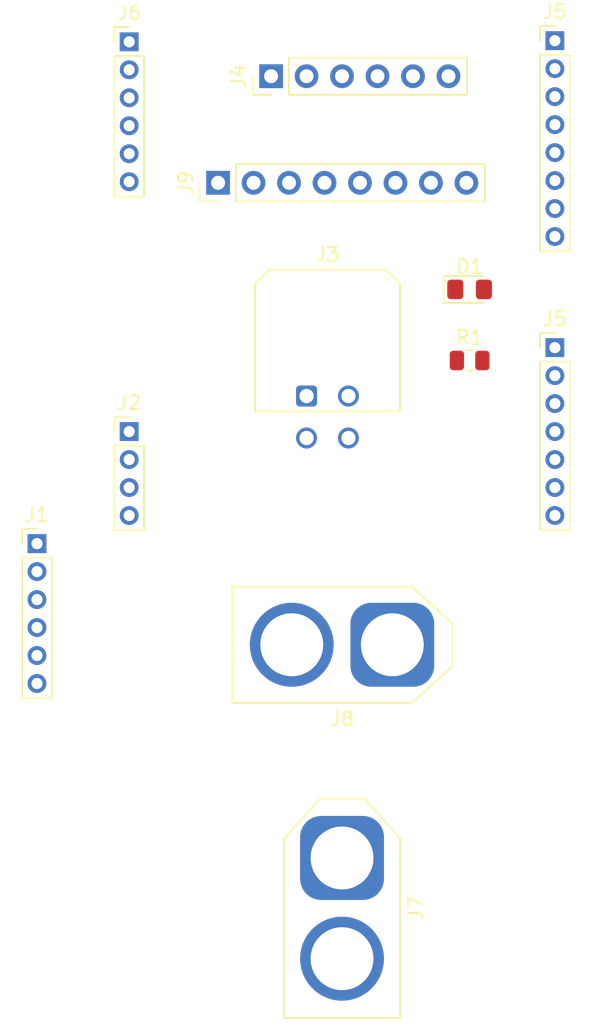
<source format=kicad_pcb>
(kicad_pcb (version 20211014) (generator pcbnew)
  (layers (0 "F.Cu" signal) (31 "B.Cu" signal) (34 "B.Paste" user) (35 "F.Paste" user) (36 "B.SilkS" user "B.Silkscreen") (37 "F.SilkS" user "F.Silkscreen") (38 "B.Mask" user) (39 "F.Mask" user) (44 "Edge.Cuts" user))
  (net 0 "")
  (net 1 "Net-(D1-Pad1)")
  (net 2 "+3.3V")
  (net 3 "GND")
  (net 4 "/H3")
  (net 5 "/H2")
  (net 6 "/H1")
  (net 7 "/TMP")
  (net 8 "+5V")
  (net 9 "/CANL")
  (net 10 "/CANH")
  (net 15 "/TX")
  (net 16 "/RX")
  (net 25 "/5V")
  (net 26 "/SCK{slash}ADC")
  (net 27 "/RX{slash}SDA{slash}NSS")
  (net 28 "/TX{slash}SCL{slash}MOSI")
  (net 29 "/MOSI{slash}ADC2")
  (net 30 "/ADC1")
  (net 31 "+24V")
  (footprint "Connector_Molex:Molex_Micro-Fit_3.0_43045-0400_2x02_P3.00mm_Horizontal" (layer "F.Cu") (at 162.56 60.96)
    (fp_text reference "J3" (at 1.5 -10.12) (layer "F.SilkS"))
    (fp_text value "CAN_MOLEX")
    (fp_line (start 6.685 -8.03) (end 6.685 1.1) (layer "F.SilkS") (width 0.12))
    (fp_line (start 6.685 1.1) (end -3.685 1.1) (layer "F.SilkS") (width 0.12))
    (fp_line (start -3.685 1.1) (end -3.685 -8.03) (layer "F.SilkS") (width 0.12))
    (fp_line (start -2.685 -9.03) (end 5.685 -9.03) (layer "F.SilkS") (width 0.12))
    (fp_line (start 5.685 -9.03) (end 6.685 -8.03) (layer "F.SilkS") (width 0.12))
    (fp_line (start -3.685 -8.03) (end -2.685 -9.03) (layer "F.SilkS") (width 0.12))
    (pad "" np_thru_hole circle (at 1.5 -4.32) (size 3 3) (drill 3) (layers *.Cu *.Mask))
    (pad "1" thru_hole roundrect (at 0 0) (size 1.5 1.5) (drill 1.02) (layers *.Cu *.Mask) (roundrect_rratio 0.166667) (net 10 "/CANH"))
    (pad "2" thru_hole circle (at 3 0) (size 1.5 1.5) (drill 1.02) (layers *.Cu *.Mask) (net 9 "/CANL"))
    (pad "3" thru_hole circle (at 0 3) (size 1.5 1.5) (drill 1.02) (layers *.Cu *.Mask))
    (pad "4" thru_hole circle (at 3 3) (size 1.5 1.5) (drill 1.02) (layers *.Cu *.Mask))
  )
  (footprint "Connector_PinHeader_2.00mm:PinHeader_1x04_P2.00mm_Vertical" (layer "F.Cu") (at 149.86 63.5)
    (fp_text reference "J2" (at 0 -2.06) (layer "F.SilkS"))
    (fp_text value "CAN")
    (fp_line (start -1.06 0) (end -1.06 -1.06) (layer "F.SilkS") (width 0.12))
    (fp_line (start -1.06 7.06) (end 1.06 7.06) (layer "F.SilkS") (width 0.12))
    (fp_line (start -1.06 -1.06) (end 0 -1.06) (layer "F.SilkS") (width 0.12))
    (fp_line (start -1.06 1) (end 1.06 1) (layer "F.SilkS") (width 0.12))
    (fp_line (start -1.06 1) (end -1.06 7.06) (layer "F.SilkS") (width 0.12))
    (fp_line (start 1.06 1) (end 1.06 7.06) (layer "F.SilkS") (width 0.12))
    (pad "1" thru_hole rect (at 0 0) (size 1.35 1.35) (drill 0.8) (layers *.Cu *.Mask) (net 3 "GND"))
    (pad "2" thru_hole oval (at 0 2) (size 1.35 1.35) (drill 0.8) (layers *.Cu *.Mask) (net 9 "/CANL"))
    (pad "3" thru_hole oval (at 0 4) (size 1.35 1.35) (drill 0.8) (layers *.Cu *.Mask) (net 10 "/CANH"))
    (pad "4" thru_hole oval (at 0 6) (size 1.35 1.35) (drill 0.8) (layers *.Cu *.Mask) (net 8 "+5V"))
  )
  (footprint "LED_SMD:LED_0805_2012Metric_Pad1.15x1.40mm_HandSolder" (layer "F.Cu") (at 174.235 53.34)
    (fp_text reference "D1" (at 0 -1.65) (layer "F.SilkS"))
    (fp_text value "PWR")
    (fp_line (start 1 -0.96) (end -1.86 -0.96) (layer "F.SilkS") (width 0.12))
    (fp_line (start -1.86 0.96) (end 1 0.96) (layer "F.SilkS") (width 0.12))
    (fp_line (start -1.86 -0.96) (end -1.86 0.96) (layer "F.SilkS") (width 0.12))
    (pad "1" smd roundrect (at -1.025 0) (size 1.15 1.4) (layers "F.Cu" "F.Paste" "F.Mask") (roundrect_rratio 0.217391) (net 1 "Net-(D1-Pad1)"))
    (pad "2" smd roundrect (at 1.025 0) (size 1.15 1.4) (layers "F.Cu" "F.Paste" "F.Mask") (roundrect_rratio 0.217391) (net 2 "+3.3V"))
  )
  (footprint "Connector_PinHeader_2.00mm:PinHeader_1x06_P2.00mm_Vertical" (layer "F.Cu") (at 149.86 35.64)
    (fp_text reference "J6" (at 0 -2.06) (layer "F.SilkS"))
    (fp_text value "NC")
    (fp_line (start -1.06 11.06) (end 1.06 11.06) (layer "F.SilkS") (width 0.12))
    (fp_line (start 1.06 1) (end 1.06 11.06) (layer "F.SilkS") (width 0.12))
    (fp_line (start -1.06 1) (end 1.06 1) (layer "F.SilkS") (width 0.12))
    (fp_line (start -1.06 -1.06) (end 0 -1.06) (layer "F.SilkS") (width 0.12))
    (fp_line (start -1.06 0) (end -1.06 -1.06) (layer "F.SilkS") (width 0.12))
    (fp_line (start -1.06 1) (end -1.06 11.06) (layer "F.SilkS") (width 0.12))
    (pad "1" thru_hole rect (at 0 0) (size 1.35 1.35) (drill 0.8) (layers *.Cu *.Mask))
    (pad "2" thru_hole oval (at 0 2) (size 1.35 1.35) (drill 0.8) (layers *.Cu *.Mask))
    (pad "3" thru_hole oval (at 0 4) (size 1.35 1.35) (drill 0.8) (layers *.Cu *.Mask))
    (pad "4" thru_hole oval (at 0 6) (size 1.35 1.35) (drill 0.8) (layers *.Cu *.Mask))
    (pad "5" thru_hole oval (at 0 8) (size 1.35 1.35) (drill 0.8) (layers *.Cu *.Mask))
    (pad "6" thru_hole oval (at 0 10) (size 1.35 1.35) (drill 0.8) (layers *.Cu *.Mask))
  )
  (footprint "Connector_PinHeader_2.00mm:PinHeader_1x08_P2.00mm_Vertical" (layer "F.Cu") (at 180.34 35.56)
    (fp_text reference "J5" (at 0 -2.06) (layer "F.SilkS"))
    (fp_text value "Comm")
    (fp_line (start -1.06 1) (end -1.06 15.06) (layer "F.SilkS") (width 0.12))
    (fp_line (start 1.06 1) (end 1.06 15.06) (layer "F.SilkS") (width 0.12))
    (fp_line (start -1.06 -1.06) (end 0 -1.06) (layer "F.SilkS") (width 0.12))
    (fp_line (start -1.06 15.06) (end 1.06 15.06) (layer "F.SilkS") (width 0.12))
    (fp_line (start -1.06 1) (end 1.06 1) (layer "F.SilkS") (width 0.12))
    (fp_line (start -1.06 0) (end -1.06 -1.06) (layer "F.SilkS") (width 0.12))
    (pad "1" thru_hole rect (at 0 0) (size 1.35 1.35) (drill 0.8) (layers *.Cu *.Mask) (net 25 "/5V"))
    (pad "2" thru_hole oval (at 0 2) (size 1.35 1.35) (drill 0.8) (layers *.Cu *.Mask) (net 2 "+3.3V"))
    (pad "3" thru_hole oval (at 0 4) (size 1.35 1.35) (drill 0.8) (layers *.Cu *.Mask) (net 3 "GND"))
    (pad "4" thru_hole oval (at 0 6) (size 1.35 1.35) (drill 0.8) (layers *.Cu *.Mask) (net 26 "/SCK{slash}ADC"))
    (pad "5" thru_hole oval (at 0 8) (size 1.35 1.35) (drill 0.8) (layers *.Cu *.Mask) (net 27 "/RX{slash}SDA{slash}NSS"))
    (pad "6" thru_hole oval (at 0 10) (size 1.35 1.35) (drill 0.8) (layers *.Cu *.Mask) (net 28 "/TX{slash}SCL{slash}MOSI"))
    (pad "7" thru_hole oval (at 0 12) (size 1.35 1.35) (drill 0.8) (layers *.Cu *.Mask) (net 29 "/MOSI{slash}ADC2"))
    (pad "8" thru_hole oval (at 0 14) (size 1.35 1.35) (drill 0.8) (layers *.Cu *.Mask) (net 30 "/ADC1"))
  )
  (footprint "Connector_AMASS:AMASS_XT60-M_1x02_P7.20mm_Vertical" (layer "F.Cu") (at 165.1 93.98 -90)
    (fp_text reference "J7" (at 3.6 -5.3 90) (layer "F.SilkS"))
    (fp_text value "XT60 IN")
    (fp_line (start -4.25 -1.6) (end -4.25 1.55) (layer "F.SilkS") (width 0.12))
    (fp_line (start 11.45 4.15) (end 11.45 -4.15) (layer "F.SilkS") (width 0.12))
    (fp_line (start -1.4 -4.15) (end -4.25 -1.6) (layer "F.SilkS") (width 0.12))
    (fp_line (start -1.4 4.15) (end 11.45 4.15) (layer "F.SilkS") (width 0.12))
    (fp_line (start 11.45 -4.15) (end -1.4 -4.15) (layer "F.SilkS") (width 0.12))
    (fp_line (start -4.25 1.55) (end -1.4 4.15) (layer "F.SilkS") (width 0.12))
    (pad "1" thru_hole roundrect (at 0 0 270) (size 6 6) (drill 4.5) (layers *.Cu *.Mask) (net 31 "+24V"))
    (pad "2" thru_hole circle (at 7.2 0 270) (size 6 6) (drill 4.5) (layers *.Cu *.Mask) (net 3 "GND"))
  )
  (footprint "Connector_PinHeader_2.00mm:PinHeader_1x06_P2.00mm_Vertical" (layer "F.Cu") (at 143.26 71.51)
    (fp_text reference "J1" (at 0 -2.06) (layer "F.SilkS"))
    (fp_text value "Sensor")
    (fp_line (start -1.06 11.06) (end 1.06 11.06) (layer "F.SilkS") (width 0.12))
    (fp_line (start -1.06 0) (end -1.06 -1.06) (layer "F.SilkS") (width 0.12))
    (fp_line (start -1.06 -1.06) (end 0 -1.06) (layer "F.SilkS") (width 0.12))
    (fp_line (start -1.06 1) (end -1.06 11.06) (layer "F.SilkS") (width 0.12))
    (fp_line (start -1.06 1) (end 1.06 1) (layer "F.SilkS") (width 0.12))
    (fp_line (start 1.06 1) (end 1.06 11.06) (layer "F.SilkS") (width 0.12))
    (pad "1" thru_hole rect (at 0 0) (size 1.35 1.35) (drill 0.8) (layers *.Cu *.Mask) (net 3 "GND"))
    (pad "2" thru_hole oval (at 0 2) (size 1.35 1.35) (drill 0.8) (layers *.Cu *.Mask) (net 4 "/H3"))
    (pad "3" thru_hole oval (at 0 4) (size 1.35 1.35) (drill 0.8) (layers *.Cu *.Mask) (net 5 "/H2"))
    (pad "4" thru_hole oval (at 0 6) (size 1.35 1.35) (drill 0.8) (layers *.Cu *.Mask) (net 6 "/H1"))
    (pad "5" thru_hole oval (at 0 8) (size 1.35 1.35) (drill 0.8) (layers *.Cu *.Mask) (net 7 "/TMP"))
    (pad "6" thru_hole oval (at 0 10) (size 1.35 1.35) (drill 0.8) (layers *.Cu *.Mask) (net 8 "+5V"))
  )
  (footprint "Connector_PinHeader_2.54mm:PinHeader_1x08_P2.54mm_Vertical" (layer "F.Cu") (at 156.225 45.72 90)
    (fp_text reference "J9" (at 0 -2.33 90) (layer "F.SilkS"))
    (fp_text value " Encoder_out_port_8pin")
    (fp_line (start 1.33 1.27) (end 1.33 19.11) (layer "F.SilkS") (width 0.12))
    (fp_line (start -1.33 -1.33) (end 0 -1.33) (layer "F.SilkS") (width 0.12))
    (fp_line (start -1.33 19.11) (end 1.33 19.11) (layer "F.SilkS") (width 0.12))
    (fp_line (start -1.33 1.27) (end -1.33 19.11) (layer "F.SilkS") (width 0.12))
    (fp_line (start -1.33 1.27) (end 1.33 1.27) (layer "F.SilkS") (width 0.12))
    (fp_line (start -1.33 0) (end -1.33 -1.33) (layer "F.SilkS") (width 0.12))
    (pad "1" thru_hole rect (at 0 0 90) (size 1.7 1.7) (drill 1) (layers *.Cu *.Mask) (net 25 "/5V"))
    (pad "2" thru_hole oval (at 0 2.54 90) (size 1.7 1.7) (drill 1) (layers *.Cu *.Mask) (net 2 "+3.3V"))
    (pad "3" thru_hole oval (at 0 5.08 90) (size 1.7 1.7) (drill 1) (layers *.Cu *.Mask) (net 3 "GND"))
    (pad "4" thru_hole oval (at 0 7.62 90) (size 1.7 1.7) (drill 1) (layers *.Cu *.Mask) (net 26 "/SCK{slash}ADC"))
    (pad "5" thru_hole oval (at 0 10.16 90) (size 1.7 1.7) (drill 1) (layers *.Cu *.Mask) (net 27 "/RX{slash}SDA{slash}NSS"))
    (pad "6" thru_hole oval (at 0 12.7 90) (size 1.7 1.7) (drill 1) (layers *.Cu *.Mask) (net 28 "/TX{slash}SCL{slash}MOSI"))
    (pad "7" thru_hole oval (at 0 15.24 90) (size 1.7 1.7) (drill 1) (layers *.Cu *.Mask) (net 29 "/MOSI{slash}ADC2"))
    (pad "8" thru_hole oval (at 0 17.78 90) (size 1.7 1.7) (drill 1) (layers *.Cu *.Mask) (net 30 "/ADC1"))
  )
  (footprint "Connector_AMASS:AMASS_XT60-F_1x02_P7.20mm_Vertical" (layer "F.Cu") (at 168.7 78.74 180)
    (fp_text reference "J8" (at 3.6 -5.3) (layer "F.SilkS"))
    (fp_text value "XT60 OUT")
    (fp_line (start -1.4 -4.15) (end -4.25 -1.6) (layer "F.SilkS") (width 0.12))
    (fp_line (start -4.25 1.55) (end -1.4 4.15) (layer "F.SilkS") (width 0.12))
    (fp_line (start -4.25 -1.6) (end -4.25 1.55) (layer "F.SilkS") (width 0.12))
    (fp_line (start 11.45 4.15) (end 11.45 -4.15) (layer "F.SilkS") (width 0.12))
    (fp_line (start 11.45 -4.15) (end -1.4 -4.15) (layer "F.SilkS") (width 0.12))
    (fp_line (start -1.4 4.15) (end 11.45 4.15) (layer "F.SilkS") (width 0.12))
    (pad "1" thru_hole roundrect (at 0 0 180) (size 6 6) (drill 4.5) (layers *.Cu *.Mask) (net 31 "+24V"))
    (pad "2" thru_hole circle (at 7.2 0 180) (size 6 6) (drill 4.5) (layers *.Cu *.Mask) (net 3 "GND"))
  )
  (footprint "Connector_PinHeader_2.54mm:PinHeader_1x06_P2.54mm_Vertical" (layer "F.Cu") (at 160.02 38.1 90)
    (fp_text reference "J4" (at 0 -2.33 90) (layer "F.SilkS"))
    (fp_text value "Encoder 1")
    (fp_line (start -1.33 -1.33) (end 0 -1.33) (layer "F.SilkS") (width 0.12))
    (fp_line (start -1.33 1.27) (end -1.33 14.03) (layer "F.SilkS") (width 0.12))
    (fp_line (start -1.33 1.27) (end 1.33 1.27) (layer "F.SilkS") (width 0.12))
    (fp_line (start -1.33 14.03) (end 1.33 14.03) (layer "F.SilkS") (width 0.12))
    (fp_line (start -1.33 0) (end -1.33 -1.33) (layer "F.SilkS") (width 0.12))
    (fp_line (start 1.33 1.27) (end 1.33 14.03) (layer "F.SilkS") (width 0.12))
    (pad "1" thru_hole rect (at 0 0 90) (size 1.7 1.7) (drill 1) (layers *.Cu *.Mask))
    (pad "2" thru_hole oval (at 0 2.54 90) (size 1.7 1.7) (drill 1) (layers *.Cu *.Mask) (net 4 "/H3"))
    (pad "3" thru_hole oval (at 0 5.08 90) (size 1.7 1.7) (drill 1) (layers *.Cu *.Mask) (net 5 "/H2"))
    (pad "4" thru_hole oval (at 0 7.62 90) (size 1.7 1.7) (drill 1) (layers *.Cu *.Mask) (net 6 "/H1"))
    (pad "5" thru_hole oval (at 0 10.16 90) (size 1.7 1.7) (drill 1) (layers *.Cu *.Mask) (net 7 "/TMP"))
    (pad "6" thru_hole oval (at 0 12.7 90) (size 1.7 1.7) (drill 1) (layers *.Cu *.Mask) (net 25 "/5V"))
  )
  (footprint "Connector_PinHeader_2.00mm:PinHeader_1x07_P2.00mm_Vertical" (layer "F.Cu") (at 180.34 57.5)
    (fp_text reference "J5" (at 0 -2.06) (layer "F.SilkS"))
    (fp_text value "General")
    (fp_line (start 1.06 1) (end 1.06 13.06) (layer "F.SilkS") (width 0.12))
    (fp_line (start -1.06 1) (end 1.06 1) (layer "F.SilkS") (width 0.12))
    (fp_line (start -1.06 -1.06) (end 0 -1.06) (layer "F.SilkS") (width 0.12))
    (fp_line (start -1.06 13.06) (end 1.06 13.06) (layer "F.SilkS") (width 0.12))
    (fp_line (start -1.06 1) (end -1.06 13.06) (layer "F.SilkS") (width 0.12))
    (fp_line (start -1.06 0) (end -1.06 -1.06) (layer "F.SilkS") (width 0.12))
    (pad "1" thru_hole rect (at 0 0) (size 1.35 1.35) (drill 0.8) (layers *.Cu *.Mask))
    (pad "2" thru_hole oval (at 0 2) (size 1.35 1.35) (drill 0.8) (layers *.Cu *.Mask) (net 2 "+3.3V"))
    (pad "3" thru_hole oval (at 0 4) (size 1.35 1.35) (drill 0.8) (layers *.Cu *.Mask) (net 3 "GND"))
    (pad "4" thru_hole oval (at 0 6) (size 1.35 1.35) (drill 0.8) (layers *.Cu *.Mask))
    (pad "5" thru_hole oval (at 0 8) (size 1.35 1.35) (drill 0.8) (layers *.Cu *.Mask) (net 15 "/TX"))
    (pad "6" thru_hole oval (at 0 10) (size 1.35 1.35) (drill 0.8) (layers *.Cu *.Mask) (net 16 "/RX"))
    (pad "7" thru_hole oval (at 0 12) (size 1.35 1.35) (drill 0.8) (layers *.Cu *.Mask))
  )
  (footprint "Resistor_SMD:R_0805_2012Metric" (layer "F.Cu") (at 174.235 58.42)
    (fp_text reference "R1" (at 0 -1.65) (layer "F.SilkS"))
    (fp_text value "3.3K")
    (fp_line (start -0.227064 0.735) (end 0.227064 0.735) (layer "F.SilkS") (width 0.12))
    (fp_line (start -0.227064 -0.735) (end 0.227064 -0.735) (layer "F.SilkS") (width 0.12))
    (pad "1" smd roundrect (at -0.9125 0) (size 1.025 1.4) (layers "F.Cu" "F.Paste" "F.Mask") (roundrect_rratio 0.243902) (net 1 "Net-(D1-Pad1)"))
    (pad "2" smd roundrect (at 0.9125 0) (size 1.025 1.4) (layers "F.Cu" "F.Paste" "F.Mask") (roundrect_rratio 0.243902) (net 3 "GND"))
  )
)
</source>
